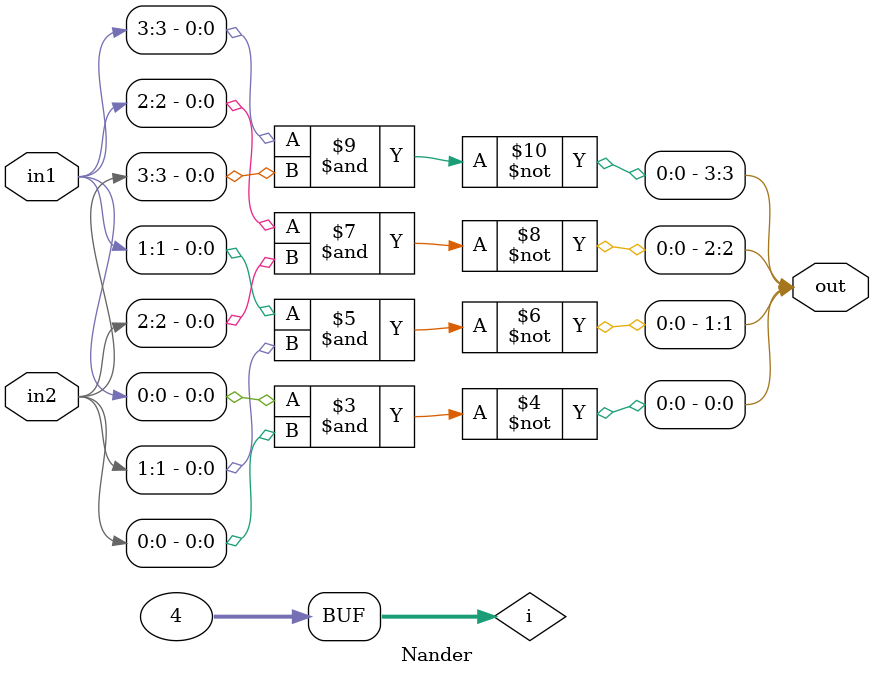
<source format=v>
module Nander(in1, in2, out);
    parameter n = 4;
    input[n - 1 : 0] in1, in2;
    output reg[n - 1 : 0] out;
    integer i = 0;
    always @* begin
        for(i = 0; i < n; i = i + 1) begin
            out[i] = ~(in1[i] & in2[i]);
        end
    end
endmodule

</source>
